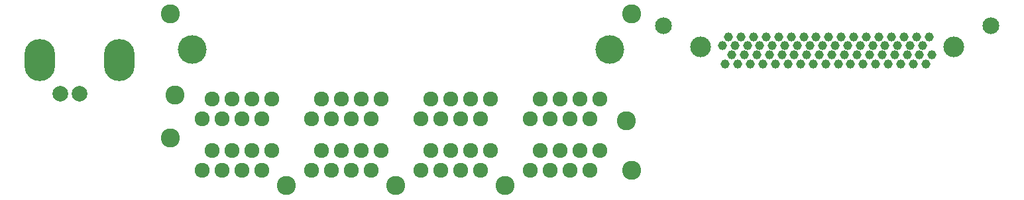
<source format=gbs>
G04 #@! TF.FileFunction,Soldermask,Bot*
%FSLAX46Y46*%
G04 Gerber Fmt 4.6, Leading zero omitted, Abs format (unit mm)*
G04 Created by KiCad (PCBNEW 4.0.1-3.201512221402+6198~38~ubuntu14.04.1-stable) date Fri 12 Feb 2016 10:18:42 AM MST*
%MOMM*%
G01*
G04 APERTURE LIST*
%ADD10C,0.100000*%
%ADD11C,1.155040*%
%ADD12C,2.650000*%
%ADD13C,2.150000*%
%ADD14C,1.924000*%
%ADD15C,2.432000*%
%ADD16C,3.676600*%
%ADD17O,3.900120X5.401260*%
%ADD18C,2.000200*%
G04 APERTURE END LIST*
D10*
D11*
X188168000Y-72354000D03*
X187768000Y-70004000D03*
X188968000Y-71204000D03*
X189768000Y-72354000D03*
X190568000Y-71204000D03*
X191368000Y-72354000D03*
X192168000Y-71204000D03*
X192968000Y-72354000D03*
X193768000Y-71204000D03*
X194568000Y-72354000D03*
X195368000Y-71204000D03*
X196168000Y-72354000D03*
X196968000Y-71204000D03*
X197768000Y-72354000D03*
X198568000Y-71204000D03*
X199368000Y-72354000D03*
X200168000Y-71204000D03*
X200968000Y-72354000D03*
X201768000Y-71204000D03*
X202568000Y-72354000D03*
X203368000Y-71204000D03*
X204168000Y-72354000D03*
X204968000Y-71204000D03*
X205768000Y-72354000D03*
X206568000Y-71204000D03*
X207368000Y-72354000D03*
X208168000Y-71204000D03*
X208968000Y-72354000D03*
X209768000Y-71204000D03*
X210568000Y-72354000D03*
X211368000Y-71204000D03*
X212168000Y-72354000D03*
X212968000Y-71204000D03*
X213768000Y-72354000D03*
X214568000Y-71204000D03*
X188568000Y-68854000D03*
X189368000Y-70004000D03*
X190168000Y-68854000D03*
X190968000Y-70004000D03*
X191768000Y-68854000D03*
X192568000Y-70004000D03*
X193368000Y-68854000D03*
X194168000Y-70004000D03*
X194968000Y-68854000D03*
X195768000Y-70004000D03*
X196568000Y-68854000D03*
X197368000Y-70004000D03*
X198168000Y-68854000D03*
X198968000Y-70004000D03*
X199768000Y-68854000D03*
X200568000Y-70004000D03*
X201368000Y-68854000D03*
X202168000Y-70004000D03*
X202968000Y-68854000D03*
X203768000Y-70004000D03*
X204568000Y-68854000D03*
X205368000Y-70004000D03*
X206168000Y-68854000D03*
X206968000Y-70004000D03*
X207768000Y-68854000D03*
X208568000Y-70004000D03*
X209368000Y-68854000D03*
X210168000Y-70004000D03*
X210968000Y-68854000D03*
X211768000Y-70004000D03*
X212568000Y-68854000D03*
X213368000Y-70004000D03*
X214168000Y-68854000D03*
D12*
X217348000Y-70104000D03*
X184998000Y-70104000D03*
D13*
X180218000Y-67474000D03*
X222118000Y-67474000D03*
D14*
X163195000Y-85953600D03*
X164465000Y-83413600D03*
X165735000Y-85953600D03*
X167005000Y-83413600D03*
X168275000Y-85953600D03*
X169545000Y-83413600D03*
X170815000Y-85953600D03*
X172085000Y-83413600D03*
X172085000Y-76835000D03*
X158115000Y-83413600D03*
X158115000Y-76835000D03*
X144145000Y-83413600D03*
X144145000Y-76835000D03*
X130175000Y-83413600D03*
X130175000Y-76835000D03*
X167005000Y-76835000D03*
X153035000Y-83413600D03*
X153035000Y-76835000D03*
X139065000Y-83413600D03*
X139065000Y-76835000D03*
X125095000Y-83413600D03*
X125095000Y-76835000D03*
X168275000Y-79375000D03*
X154305000Y-85953600D03*
X154305000Y-79375000D03*
X140335000Y-85953600D03*
X140335000Y-79375000D03*
X126365000Y-85953600D03*
X126365000Y-79375000D03*
X169545000Y-76835000D03*
X155575000Y-83413600D03*
X155575000Y-76835000D03*
X141605000Y-83413600D03*
X141605000Y-76835000D03*
X127635000Y-83413600D03*
X127635000Y-76835000D03*
X170815000Y-79375000D03*
X156845000Y-85953600D03*
X156845000Y-79375000D03*
X142875000Y-85953600D03*
X142875000Y-79375000D03*
X128905000Y-85953600D03*
X128905000Y-79375000D03*
X165735000Y-79375000D03*
X151765000Y-85953600D03*
X151765000Y-79375000D03*
X137795000Y-85953600D03*
X137795000Y-79375000D03*
X123825000Y-85953600D03*
X123825000Y-79375000D03*
X163195000Y-79375000D03*
X149225000Y-85953600D03*
X149225000Y-79375000D03*
X135255000Y-85953600D03*
X135255000Y-79375000D03*
X121285000Y-85953600D03*
X121285000Y-79375000D03*
X164465000Y-76835000D03*
X150495000Y-83413600D03*
X150495000Y-76835000D03*
X136525000Y-83413600D03*
X136525000Y-76835000D03*
X122555000Y-83413600D03*
X122555000Y-76835000D03*
D15*
X176149000Y-85953600D03*
D16*
X173355000Y-70485000D03*
X120015000Y-70485000D03*
D15*
X160020000Y-87960200D03*
X146050000Y-87960200D03*
X132080000Y-87960200D03*
X176149000Y-65913000D03*
X175488600Y-79629000D03*
X117221000Y-81864200D03*
X117221000Y-65913000D03*
X117881400Y-76352400D03*
D17*
X100566220Y-71856600D03*
X110764320Y-71856600D03*
D18*
X105664000Y-76121260D03*
X103164640Y-76121260D03*
M02*

</source>
